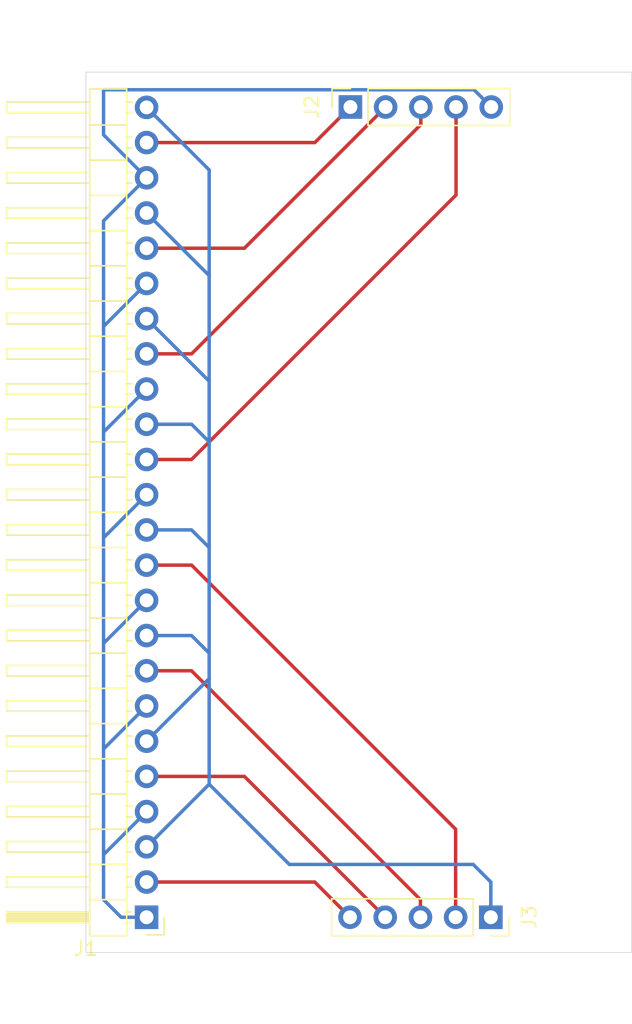
<source format=kicad_pcb>
(kicad_pcb (version 20211014) (generator pcbnew)
  (layers (0 "F.Cu" signal) (31 "B.Cu" signal) (34 "B.Paste" user) (35 "F.Paste" user) (36 "B.SilkS" user "B.Silkscreen") (37 "F.SilkS" user "F.Silkscreen") (38 "B.Mask" user) (39 "F.Mask" user) (44 "Edge.Cuts" user))
  (net 0 "")
  (net 1 "Net-(J1-Pad1)")
  (net 2 "Net-(J1-Pad2)")
  (net 3 "Net-(J1-Pad5)")
  (net 4 "Net-(J1-Pad8)")
  (net 5 "Net-(J1-Pad11)")
  (net 6 "Net-(J1-Pad12)")
  (net 7 "Net-(J1-Pad14)")
  (net 8 "Net-(J1-Pad17)")
  (net 9 "Net-(J1-Pad20)")
  (net 10 "Net-(J1-Pad23)")
  (footprint "Connector_PinSocket_2.54mm:PinSocket_1x05_P2.54mm_Vertical" (layer "F.Cu") (at 135.92 68.555 90)
    (fp_text reference "J2" (at 0 -2.77 90) (layer "F.SilkS"))
    (fp_text value "Conn_01x05_Female")
    (fp_line (start -1.33 1.27) (end -1.33 11.49) (layer "F.SilkS") (width 0.12))
    (fp_line (start 0 -1.33) (end 1.33 -1.33) (layer "F.SilkS") (width 0.12))
    (fp_line (start 1.33 -1.33) (end 1.33 0) (layer "F.SilkS") (width 0.12))
    (fp_line (start -1.33 11.49) (end 1.33 11.49) (layer "F.SilkS") (width 0.12))
    (fp_line (start 1.33 1.27) (end 1.33 11.49) (layer "F.SilkS") (width 0.12))
    (fp_line (start -1.33 1.27) (end 1.33 1.27) (layer "F.SilkS") (width 0.12))
    (pad "1" thru_hole rect (at 0 0 90) (size 1.7 1.7) (drill 1) (layers *.Cu *.Mask) (net 10 "Net-(J1-Pad23)"))
    (pad "2" thru_hole oval (at 0 2.54 90) (size 1.7 1.7) (drill 1) (layers *.Cu *.Mask) (net 9 "Net-(J1-Pad20)"))
    (pad "3" thru_hole oval (at 0 5.08 90) (size 1.7 1.7) (drill 1) (layers *.Cu *.Mask) (net 8 "Net-(J1-Pad17)"))
    (pad "4" thru_hole oval (at 0 7.62 90) (size 1.7 1.7) (drill 1) (layers *.Cu *.Mask) (net 7 "Net-(J1-Pad14)"))
    (pad "5" thru_hole oval (at 0 10.16 90) (size 1.7 1.7) (drill 1) (layers *.Cu *.Mask) (net 1 "Net-(J1-Pad1)"))
  )
  (footprint "Connector_PinSocket_2.54mm:PinSocket_1x05_P2.54mm_Vertical" (layer "F.Cu") (at 146.05 127 -90)
    (fp_text reference "J3" (at 0 -2.77 90) (layer "F.SilkS"))
    (fp_text value "Conn_01x05_Female")
    (fp_line (start -1.33 1.27) (end 1.33 1.27) (layer "F.SilkS") (width 0.12))
    (fp_line (start -1.33 11.49) (end 1.33 11.49) (layer "F.SilkS") (width 0.12))
    (fp_line (start 0 -1.33) (end 1.33 -1.33) (layer "F.SilkS") (width 0.12))
    (fp_line (start 1.33 -1.33) (end 1.33 0) (layer "F.SilkS") (width 0.12))
    (fp_line (start -1.33 1.27) (end -1.33 11.49) (layer "F.SilkS") (width 0.12))
    (fp_line (start 1.33 1.27) (end 1.33 11.49) (layer "F.SilkS") (width 0.12))
    (pad "1" thru_hole rect (at 0 0 270) (size 1.7 1.7) (drill 1) (layers *.Cu *.Mask) (net 6 "Net-(J1-Pad12)"))
    (pad "2" thru_hole oval (at 0 2.54 270) (size 1.7 1.7) (drill 1) (layers *.Cu *.Mask) (net 5 "Net-(J1-Pad11)"))
    (pad "3" thru_hole oval (at 0 5.08 270) (size 1.7 1.7) (drill 1) (layers *.Cu *.Mask) (net 4 "Net-(J1-Pad8)"))
    (pad "4" thru_hole oval (at 0 7.62 270) (size 1.7 1.7) (drill 1) (layers *.Cu *.Mask) (net 3 "Net-(J1-Pad5)"))
    (pad "5" thru_hole oval (at 0 10.16 270) (size 1.7 1.7) (drill 1) (layers *.Cu *.Mask) (net 2 "Net-(J1-Pad2)"))
  )
  (footprint "Connector_PinHeader_2.54mm:PinHeader_1x24_P2.54mm_Horizontal" (layer "F.Cu") (at 121.215 127 180)
    (fp_text reference "J1" (at 4.385 -2.27) (layer "F.SilkS"))
    (fp_text value "Conn_01x24")
    (fp_line (start 1.042929 41.02) (end 1.44 41.02) (layer "F.SilkS") (width 0.12))
    (fp_line (start 10.1 55.5) (end 10.1 56.26) (layer "F.SilkS") (width 0.12))
    (fp_line (start 4.1 -0.2) (end 10.1 -0.2) (layer "F.SilkS") (width 0.12))
    (fp_line (start 4.1 0.28) (end 10.1 0.28) (layer "F.SilkS") (width 0.12))
    (fp_line (start 1.042929 15.62) (end 1.44 15.62) (layer "F.SilkS") (width 0.12))
    (fp_line (start 1.042929 17.4) (end 1.44 17.4) (layer "F.SilkS") (width 0.12))
    (fp_line (start 4.1 25.02) (end 10.1 25.02) (layer "F.SilkS") (width 0.12))
    (fp_line (start 10.1 12.32) (end 10.1 13.08) (layer "F.SilkS") (width 0.12))
    (fp_line (start 4.1 -0.32) (end 10.1 -0.32) (layer "F.SilkS") (width 0.12))
    (fp_line (start 10.1 43.56) (end 4.1 43.56) (layer "F.SilkS") (width 0.12))
    (fp_line (start 4.1 37.72) (end 10.1 37.72) (layer "F.SilkS") (width 0.12))
    (fp_line (start 10.1 46.1) (end 4.1 46.1) (layer "F.SilkS") (width 0.12))
    (fp_line (start 1.11 -0.38) (end 1.44 -0.38) (layer "F.SilkS") (width 0.12))
    (fp_line (start 1.44 49.53) (end 4.1 49.53) (layer "F.SilkS") (width 0.12))
    (fp_line (start 4.1 7.24) (end 10.1 7.24) (layer "F.SilkS") (width 0.12))
    (fp_line (start 4.1 35.18) (end 10.1 35.18) (layer "F.SilkS") (width 0.12))
    (fp_line (start 4.1 52.96) (end 10.1 52.96) (layer "F.SilkS") (width 0.12))
    (fp_line (start 4.1 58.04) (end 10.1 58.04) (layer "F.SilkS") (width 0.12))
    (fp_line (start 1.042929 9.78) (end 1.44 9.78) (layer "F.SilkS") (width 0.12))
    (fp_line (start 10.1 10.54) (end 4.1 10.54) (layer "F.SilkS") (width 0.12))
    (fp_line (start 10.1 2.16) (end 10.1 2.92) (layer "F.SilkS") (width 0.12))
    (fp_line (start 10.1 35.94) (end 4.1 35.94) (layer "F.SilkS") (width 0.12))
    (fp_line (start 1.042929 35.18) (end 1.44 35.18) (layer "F.SilkS") (width 0.12))
    (fp_line (start 1.042929 2.16) (end 1.44 2.16) (layer "F.SilkS") (width 0.12))
    (fp_line (start 4.1 9.78) (end 10.1 9.78) (layer "F.SilkS") (width 0.12))
    (fp_line (start 1.042929 50.42) (end 1.44 50.42) (layer "F.SilkS") (width 0.12))
    (fp_line (start 10.1 35.18) (end 10.1 35.94) (layer "F.SilkS") (width 0.12))
    (fp_line (start 10.1 28.32) (end 4.1 28.32) (layer "F.SilkS") (width 0.12))
    (fp_line (start 10.1 18.16) (end 4.1 18.16) (layer "F.SilkS") (width 0.12))
    (fp_line (start 4.1 0.16) (end 10.1 0.16) (layer "F.SilkS") (width 0.12))
    (fp_line (start 10.1 20.7) (end 4.1 20.7) (layer "F.SilkS") (width 0.12))
    (fp_line (start 1.042929 38.48) (end 1.44 38.48) (layer "F.SilkS") (width 0.12))
    (fp_line (start 1.44 39.37) (end 4.1 39.37) (layer "F.SilkS") (width 0.12))
    (fp_line (start 1.44 11.43) (end 4.1 11.43) (layer "F.SilkS") (width 0.12))
    (fp_line (start 4.1 14.86) (end 10.1 14.86) (layer "F.SilkS") (width 0.12))
    (fp_line (start 10.1 45.34) (end 10.1 46.1) (layer "F.SilkS") (width 0.12))
    (fp_line (start 1.44 44.45) (end 4.1 44.45) (layer "F.SilkS") (width 0.12))
    (fp_line (start 10.1 5.46) (end 4.1 5.46) (layer "F.SilkS") (width 0.12))
    (fp_line (start 10.1 30.86) (end 4.1 30.86) (layer "F.SilkS") (width 0.12))
    (fp_line (start 4.1 47.88) (end 10.1 47.88) (layer "F.SilkS") (width 0.12))
    (fp_line (start 10.1 17.4) (end 10.1 18.16) (layer "F.SilkS") (width 0.12))
    (fp_line (start 10.1 50.42) (end 10.1 51.18) (layer "F.SilkS") (width 0.12))
    (fp_line (start 4.1 17.4) (end 10.1 17.4) (layer "F.SilkS") (width 0.12))
    (fp_line (start 1.042929 27.56) (end 1.44 27.56) (layer "F.SilkS") (width 0.12))
    (fp_line (start 4.1 40.26) (end 10.1 40.26) (layer "F.SilkS") (width 0.12))
    (fp_line (start 1.44 1.27) (end 4.1 1.27) (layer "F.SilkS") (width 0.12))
    (fp_line (start 1.44 21.59) (end 4.1 21.59) (layer "F.SilkS") (width 0.12))
    (fp_line (start 1.44 52.07) (end 4.1 52.07) (layer "F.SilkS") (width 0.12))
    (fp_line (start 1.042929 42.8) (end 1.44 42.8) (layer "F.SilkS") (width 0.12))
    (fp_line (start 10.1 9.78) (end 10.1 10.54) (layer "F.SilkS") (width 0.12))
    (fp_line (start 1.042929 52.96) (end 1.44 52.96) (layer "F.SilkS") (width 0.12))
    (fp_line (start 1.44 26.67) (end 4.1 26.67) (layer "F.SilkS") (width 0.12))
    (fp_line (start 10.1 58.8) (end 4.1 58.8) (layer "F.SilkS") (width 0.12))
    (fp_line (start 1.042929 20.7) (end 1.44 20.7) (layer "F.SilkS") (width 0.12))
    (fp_line (start 10.1 25.78) (end 4.1 25.78) (layer "F.SilkS") (width 0.12))
    (fp_line (start 1.11 0.38) (end 1.44 0.38) (layer "F.SilkS") (width 0.12))
    (fp_line (start 10.1 33.4) (end 4.1 33.4) (layer "F.SilkS") (width 0.12))
    (fp_line (start 1.042929 25.78) (end 1.44 25.78) (layer "F.SilkS") (width 0.12))
    (fp_line (start 4.1 42.8) (end 10.1 42.8) (layer "F.SilkS") (width 0.12))
    (fp_line (start 1.042929 25.02) (end 1.44 25.02) (layer "F.SilkS") (width 0.12))
    (fp_line (start 10.1 22.48) (end 10.1 23.24) (layer "F.SilkS") (width 0.12))
    (fp_line (start 10.1 38.48) (end 4.1 38.48) (layer "F.SilkS") (width 0.12))
    (fp_line (start 1.44 29.21) (end 4.1 29.21) (layer "F.SilkS") (width 0.12))
    (fp_line (start 1.042929 30.86) (end 1.44 30.86) (layer "F.SilkS") (width 0.12))
    (fp_line (start 1.042929 47.88) (end 1.44 47.88) (layer "F.SilkS") (width 0.12))
    (fp_line (start 1.042929 48.64) (end 1.44 48.64) (layer "F.SilkS") (width 0.12))
    (fp_line (start 1.042929 8) (end 1.44 8) (layer "F.SilkS") (width 0.12))
    (fp_line (start 1.042929 10.54) (end 1.44 10.54) (layer "F.SilkS") (width 0.12))
    (fp_line (start 10.1 40.26) (end 10.1 41.02) (layer "F.SilkS") (width 0.12))
    (fp_line (start 1.44 16.51) (end 4.1 16.51) (layer "F.SilkS") (width 0.12))
    (fp_line (start 1.042929 28.32) (end 1.44 28.32) (layer "F.SilkS") (width 0.12))
    (fp_line (start 4.1 27.56) (end 10.1 27.56) (layer "F.SilkS") (width 0.12))
    (fp_line (start 10.1 48.64) (end 4.1 48.64) (layer "F.SilkS") (width 0.12))
    (fp_line (start 1.042929 19.94) (end 1.44 19.94) (layer "F.SilkS") (width 0.12))
    (fp_line (start 4.1 2.16) (end 10.1 2.16) (layer "F.SilkS") (width 0.12))
    (fp_line (start 4.1 19.94) (end 10.1 19.94) (layer "F.SilkS") (width 0.12))
    (fp_line (start 10.1 41.02) (end 4.1 41.02) (layer "F.SilkS") (width 0.12))
    (fp_line (start 10.1 8) (end 4.1 8) (layer "F.SilkS") (width 0.12))
    (fp_line (start 10.1 30.1) (end 10.1 30.86) (layer "F.SilkS") (width 0.12))
    (fp_line (start 10.1 2.92) (end 4.1 2.92) (layer "F.SilkS") (width 0.12))
    (fp_line (start -1.27 -1.27) (end 0 -1.27) (layer "F.SilkS") (width 0.12))
    (fp_line (start 1.042929 14.86) (end 1.44 14.86) (layer "F.SilkS") (width 0.12))
    (fp_line (start 10.1 47.88) (end 10.1 48.64) (layer "F.SilkS") (width 0.12))
    (fp_line (start 1.042929 53.72) (end 1.44 53.72) (layer "F.SilkS") (width 0.12))
    (fp_line (start 1.042929 32.64) (end 1.44 32.64) (layer "F.SilkS") (width 0.12))
    (fp_line (start 1.44 24.13) (end 4.1 24.13) (layer "F.SilkS") (width 0.12))
    (fp_line (start 10.1 27.56) (end 10.1 28.32) (layer "F.SilkS") (width 0.12))
    (fp_line (start 10.1 25.02) (end 10.1 25.78) (layer "F.SilkS") (width 0.12))
    (fp_line (start 1.042929 7.24) (end 1.44 7.24) (layer "F.SilkS") (width 0.12))
    (fp_line (start 1.042929 12.32) (end 1.44 12.32) (layer "F.SilkS") (width 0.12))
    (fp_line (start 10.1 32.64) (end 10.1 33.4) (layer "F.SilkS") (width 0.12))
    (fp_line (start 1.44 59.75) (end 4.1 59.75) (layer "F.SilkS") (width 0.12))
    (fp_line (start 4.1 50.42) (end 10.1 50.42) (layer "F.SilkS") (width 0.12))
    (fp_line (start 10.1 19.94) (end 10.1 20.7) (layer "F.SilkS") (width 0.12))
    (fp_line (start 4.1 -0.08) (end 10.1 -0.08) (layer "F.SilkS") (width 0.12))
    (fp_line (start 10.1 4.7) (end 10.1 5.46) (layer "F.SilkS") (width 0.12))
    (fp_line (start 1.042929 55.5) (end 1.44 55.5) (layer "F.SilkS") (width 0.12))
    (fp_line (start 1.042929 46.1) (end 1.44 46.1) (layer "F.SilkS") (width 0.12))
    (fp_line (start 10.1 37.72) (end 10.1 38.48) (layer "F.SilkS") (width 0.12))
    (fp_line (start 4.1 55.5) (end 10.1 55.5) (layer "F.SilkS") (width 0.12))
    (fp_line (start 1.042929 4.7) (end 1.44 4.7) (layer "F.SilkS") (width 0.12))
    (fp_line (start 1.042929 5.46) (end 1.44 5.46) (layer "F.SilkS") (width 0.12))
    (fp_line (start 1.042929 2.92) (end 1.44 2.92) (layer "F.SilkS") (width 0.12))
    (fp_line (start 4.1 0.04) (end 10.1 0.04) (layer "F.SilkS") (width 0.12))
    (fp_line (start 1.44 57.15) (end 4.1 57.15) (layer "F.SilkS") (width 0.12))
    (fp_line (start 10.1 58.04) (end 10.1 58.8) (layer "F.SilkS") (width 0.12))
    (fp_line (start 10.1 0.38) (end 4.1 0.38) (layer "F.SilkS") (width 0.12))
    (fp_line (start 1.042929 23.24) (end 1.44 23.24) (layer "F.SilkS") (width 0.12))
    (fp_line (start 1.042929 45.34) (end 1.44 45.34) (layer "F.SilkS") (width 0.12))
    (fp_line (start -1.27 0) (end -1.27 -1.27) (layer "F.SilkS") (width 0.12))
    (fp_line (start 1.44 8.89) (end 4.1 8.89) (layer "F.SilkS") (width 0.12))
    (fp_line (start 1.042929 37.72) (end 1.44 37.72) (layer "F.SilkS") (width 0.12))
    (fp_line (start 1.042929 56.26) (end 1.44 56.26) (layer "F.SilkS") (width 0.12))
    (fp_line (start 1.042929 51.18) (end 1.44 51.18) (layer "F.SilkS") (width 0.12))
    (fp_line (start 1.44 36.83) (end 4.1 36.83) (layer "F.SilkS") (width 0.12))
    (fp_line (start 4.1 -1.33) (end 1.44 -1.33) (layer "F.SilkS") (width 0.12))
    (fp_line (start 1.042929 43.56) (end 1.44 43.56) (layer "F.SilkS") (width 0.12))
    (fp_line (start 1.44 13.97) (end 4.1 13.97) (layer "F.SilkS") (width 0.12))
    (fp_line (start 1.042929 58.8) (end 1.44 58.8) (layer "F.SilkS") (width 0.12))
    (fp_line (start 10.1 15.62) (end 4.1 15.62) (layer "F.SilkS") (width 0.12))
    (fp_line (start 1.44 46.99) (end 4.1 46.99) (layer "F.SilkS") (width 0.12))
    (fp_line (start 1.44 -1.33) (end 1.44 59.75) (layer "F.SilkS") (width 0.12))
    (fp_line (start 1.44 3.81) (end 4.1 3.81) (layer "F.SilkS") (width 0.12))
    (fp_line (start 4.1 22.48) (end 10.1 22.48) (layer "F.SilkS") (width 0.12))
    (fp_line (start 1.44 6.35) (end 4.1 6.35) (layer "F.SilkS") (width 0.12))
    (fp_line (start 10.1 14.86) (end 10.1 15.62) (layer "F.SilkS") (width 0.12))
    (fp_line (start 10.1 23.24) (end 4.1 23.24) (layer "F.SilkS") (width 0.12))
    (fp_line (start 1.042929 58.04) (end 1.44 58.04) (layer "F.SilkS") (width 0.12))
    (fp_line (start 4.1 45.34) (end 10.1 45.34) (layer "F.SilkS") (width 0.12))
    (fp_line (start 4.1 30.1) (end 10.1 30.1) (layer "F.SilkS") (width 0.12))
    (fp_line (start 1.44 31.75) (end 4.1 31.75) (layer "F.SilkS") (width 0.12))
    (fp_line (start 10.1 56.26) (end 4.1 56.26) (layer "F.SilkS") (width 0.12))
    (fp_line (start 1.042929 22.48) (end 1.44 22.48) (layer "F.SilkS") (width 0.12))
    (fp_line (start 10.1 7.24) (end 10.1 8) (layer "F.SilkS") (width 0.12))
    (fp_line (start 1.042929 18.16) (end 1.44 18.16) (layer "F.SilkS") (width 0.12))
    (fp_line (start 4.1 59.75) (end 4.1 -1.33) (layer "F.SilkS") (width 0.12))
    (fp_line (start 1.042929 33.4) (end 1.44 33.4) (layer "F.SilkS") (width 0.12))
    (fp_line (start 10.1 53.72) (end 4.1 53.72) (layer "F.SilkS") (width 0.12))
    (fp_line (start 10.1 42.8) (end 10.1 43.56) (layer "F.SilkS") (width 0.12))
    (fp_line (start 4.1 12.32) (end 10.1 12.32) (layer "F.SilkS") (width 0.12))
    (fp_line (start 1.44 54.61) (end 4.1 54.61) (layer "F.SilkS") (width 0.12))
    (fp_line (start 4.1 4.7) (end 10.1 4.7) (layer "F.SilkS") (width 0.12))
    (fp_line (start 1.042929 13.08) (end 1.44 13.08) (layer "F.SilkS") (width 0.12))
    (fp_line (start 4.1 32.64) (end 10.1 32.64) (layer "F.SilkS") (width 0.12))
    (fp_line (start 10.1 51.18) (end 4.1 51.18) (layer "F.SilkS") (width 0.12))
    (fp_line (start 1.44 41.91) (end 4.1 41.91) (layer "F.SilkS") (width 0.12))
    (fp_line (start 1.042929 30.1) (end 1.44 30.1) (layer "F.SilkS") (width 0.12))
    (fp_line (start 1.042929 35.94) (end 1.44 35.94) (layer "F.SilkS") (width 0.12))
    (fp_line (start 4.1 -0.38) (end 10.1 -0.38) (layer "F.SilkS") (width 0.12))
    (fp_line (start 10.1 -0.38) (end 10.1 0.38) (layer "F.SilkS") (width 0.12))
    (fp_line (start 1.042929 40.26) (end 1.44 40.26) (layer "F.SilkS") (width 0.12))
    (fp_line (start 10.1 52.96) (end 10.1 53.72) (layer "F.SilkS") (width 0.12))
    (fp_line (start 10.1 13.08) (end 4.1 13.08) (layer "F.SilkS") (width 0.12))
    (fp_line (start 1.44 34.29) (end 4.1 34.29) (layer "F.SilkS") (width 0.12))
    (fp_line (start 1.44 19.05) (end 4.1 19.05) (layer "F.SilkS") (width 0.12))
    (pad "1" thru_hole rect (at 0 0 180) (size 1.7 1.7) (drill 1) (layers *.Cu *.Mask) (net 1 "Net-(J1-Pad1)"))
    (pad "2" thru_hole oval (at 0 2.54 180) (size 1.7 1.7) (drill 1) (layers *.Cu *.Mask) (net 2 "Net-(J1-Pad2)"))
    (pad "3" thru_hole oval (at 0 5.08 180) (size 1.7 1.7) (drill 1) (layers *.Cu *.Mask) (net 6 "Net-(J1-Pad12)"))
    (pad "4" thru_hole oval (at 0 7.62 180) (size 1.7 1.7) (drill 1) (layers *.Cu *.Mask) (net 1 "Net-(J1-Pad1)"))
    (pad "5" thru_hole oval (at 0 10.16 180) (size 1.7 1.7) (drill 1) (layers *.Cu *.Mask) (net 3 "Net-(J1-Pad5)"))
    (pad "6" thru_hole oval (at 0 12.7 180) (size 1.7 1.7) (drill 1) (layers *.Cu *.Mask) (net 6 "Net-(J1-Pad12)"))
    (pad "7" thru_hole oval (at 0 15.24 180) (size 1.7 1.7) (drill 1) (layers *.Cu *.Mask) (net 1 "Net-(J1-Pad1)"))
    (pad "8" thru_hole oval (at 0 17.78 180) (size 1.7 1.7) (drill 1) (layers *.Cu *.Mask) (net 4 "Net-(J1-Pad8)"))
    (pad "9" thru_hole oval (at 0 20.32 180) (size 1.7 1.7) (drill 1) (layers *.Cu *.Mask) (net 6 "Net-(J1-Pad12)"))
    (pad "10" thru_hole oval (at 0 22.86 180) (size 1.7 1.7) (drill 1) (layers *.Cu *.Mask) (net 1 "Net-(J1-Pad1)"))
    (pad "11" thru_hole oval (at 0 25.4 180) (size 1.7 1.7) (drill 1) (layers *.Cu *.Mask) (net 5 "Net-(J1-Pad11)"))
    (pad "12" thru_hole oval (at 0 27.94 180) (size 1.7 1.7) (drill 1) (layers *.Cu *.Mask) (net 6 "Net-(J1-Pad12)"))
    (pad "13" thru_hole oval (at 0 30.48 180) (size 1.7 1.7) (drill 1) (layers *.Cu *.Mask) (net 1 "Net-(J1-Pad1)"))
    (pad "14" thru_hole oval (at 0 33.02 180) (size 1.7 1.7) (drill 1) (layers *.Cu *.Mask) (net 7 "Net-(J1-Pad14)"))
    (pad "15" thru_hole oval (at 0 35.56 180) (size 1.7 1.7) (drill 1) (layers *.Cu *.Mask) (net 6 "Net-(J1-Pad12)"))
    (pad "16" thru_hole oval (at 0 38.1 180) (size 1.7 1.7) (drill 1) (layers *.Cu *.Mask) (net 1 "Net-(J1-Pad1)"))
    (pad "17" thru_hole oval (at 0 40.64 180) (size 1.7 1.7) (drill 1) (layers *.Cu *.Mask) (net 8 "Net-(J1-Pad17)"))
    (pad "18" thru_hole oval (at 0 43.18 180) (size 1.7 1.7) (drill 1) (layers *.Cu *.Mask) (net 6 "Net-(J1-Pad12)"))
    (pad "19" thru_hole oval (at 0 45.72 180) (size 1.7 1.7) (drill 1) (layers *.Cu *.Mask) (net 1 "Net-(J1-Pad1)"))
    (pad "20" thru_hole oval (at 0 48.26 180) (size 1.7 1.7) (drill 1) (layers *.Cu *.Mask) (net 9 "Net-(J1-Pad20)"))
    (pad "21" thru_hole oval (at 0 50.8 180) (size 1.7 1.7) (drill 1) (layers *.Cu *.Mask) (net 6 "Net-(J1-Pad12)"))
    (pad "22" thru_hole oval (at 0 53.34 180) (size 1.7 1.7) (drill 1) (layers *.Cu *.Mask) (net 1 "Net-(J1-Pad1)"))
    (pad "23" thru_hole oval (at 0 55.88 180) (size 1.7 1.7) (drill 1) (layers *.Cu *.Mask) (net 10 "Net-(J1-Pad23)"))
    (pad "24" thru_hole oval (at 0 58.42 180) (size 1.7 1.7) (drill 1) (layers *.Cu *.Mask) (net 6 "Net-(J1-Pad12)"))
  )
  (gr_rect (start 116.84 66.04) (end 156.21 129.54) (layer "Edge.Cuts") (width 0.05) (fill none))
  (segment (start 121.215 127) (end 119.38 127) (width 0.25) (layer "B.Cu") (net 1))
  (segment (start 118.11 92.005) (end 118.11 84.385) (width 0.25) (layer "B.Cu") (net 1))
  (segment (start 118.11 67.31) (end 144.835 67.31) (width 0.25) (layer "B.Cu") (net 1))
  (segment (start 118.11 70.555) (end 118.11 67.31) (width 0.25) (layer "B.Cu") (net 1))
  (segment (start 118.11 114.865) (end 118.11 107.245) (width 0.25) (layer "B.Cu") (net 1))
  (segment (start 118.11 107.245) (end 121.215 104.14) (width 0.25) (layer "B.Cu") (net 1))
  (segment (start 121.215 73.66) (end 118.11 70.555) (width 0.25) (layer "B.Cu") (net 1))
  (segment (start 118.11 84.385) (end 121.215 81.28) (width 0.25) (layer "B.Cu") (net 1))
  (segment (start 118.11 76.765) (end 121.215 73.66) (width 0.25) (layer "B.Cu") (net 1))
  (segment (start 118.11 92.005) (end 121.215 88.9) (width 0.25) (layer "B.Cu") (net 1))
  (segment (start 118.11 114.865) (end 121.215 111.76) (width 0.25) (layer "B.Cu") (net 1))
  (segment (start 119.38 127) (end 118.11 125.73) (width 0.25) (layer "B.Cu") (net 1))
  (segment (start 118.11 122.485) (end 121.215 119.38) (width 0.25) (layer "B.Cu") (net 1))
  (segment (start 118.11 99.625) (end 118.11 92.005) (width 0.25) (layer "B.Cu") (net 1))
  (segment (start 118.11 84.385) (end 118.11 76.765) (width 0.25) (layer "B.Cu") (net 1))
  (segment (start 118.11 125.73) (end 118.11 122.485) (width 0.25) (layer "B.Cu") (net 1))
  (segment (start 118.11 99.625) (end 121.215 96.52) (width 0.25) (layer "B.Cu") (net 1))
  (segment (start 144.835 67.31) (end 146.08 68.555) (width 0.25) (layer "B.Cu") (net 1))
  (segment (start 118.11 107.245) (end 118.11 99.625) (width 0.25) (layer "B.Cu") (net 1))
  (segment (start 118.11 122.485) (end 118.11 114.865) (width 0.25) (layer "B.Cu") (net 1))
  (segment (start 133.35 124.46) (end 135.89 127) (width 0.25) (layer "F.Cu") (net 2))
  (segment (start 121.215 124.46) (end 133.35 124.46) (width 0.25) (layer "F.Cu") (net 2))
  (segment (start 128.27 116.84) (end 138.43 127) (width 0.25) (layer "F.Cu") (net 3))
  (segment (start 121.215 116.84) (end 128.27 116.84) (width 0.25) (layer "F.Cu") (net 3))
  (segment (start 140.97 125.73) (end 140.97 127) (width 0.25) (layer "F.Cu") (net 4))
  (segment (start 124.46 109.22) (end 140.97 125.73) (width 0.25) (layer "F.Cu") (net 4))
  (segment (start 121.215 109.22) (end 124.46 109.22) (width 0.25) (layer "F.Cu") (net 4))
  (segment (start 121.215 101.6) (end 124.46 101.6) (width 0.25) (layer "F.Cu") (net 5))
  (segment (start 143.51 120.65) (end 143.51 127) (width 0.25) (layer "F.Cu") (net 5))
  (segment (start 124.46 101.6) (end 143.51 120.65) (width 0.25) (layer "F.Cu") (net 5))
  (segment (start 125.73 109.785) (end 121.215 114.3) (width 0.25) (layer "B.Cu") (net 6))
  (segment (start 125.73 92.71) (end 125.73 88.335) (width 0.25) (layer "B.Cu") (net 6))
  (segment (start 125.73 88.335) (end 125.73 80.715) (width 0.25) (layer "B.Cu") (net 6))
  (segment (start 125.73 100.33) (end 125.73 107.95) (width 0.25) (layer "B.Cu") (net 6))
  (segment (start 125.73 92.71) (end 125.73 100.33) (width 0.25) (layer "B.Cu") (net 6))
  (segment (start 125.73 80.715) (end 121.215 76.2) (width 0.25) (layer "B.Cu") (net 6))
  (segment (start 125.73 117.405) (end 131.515 123.19) (width 0.25) (layer "B.Cu") (net 6))
  (segment (start 125.73 80.715) (end 125.73 73.095) (width 0.25) (layer "B.Cu") (net 6))
  (segment (start 131.515 123.19) (end 144.78 123.19) (width 0.25) (layer "B.Cu") (net 6))
  (segment (start 124.46 99.06) (end 125.73 100.33) (width 0.25) (layer "B.Cu") (net 6))
  (segment (start 121.215 91.44) (end 124.46 91.44) (width 0.25) (layer "B.Cu") (net 6))
  (segment (start 124.46 91.44) (end 125.73 92.71) (width 0.25) (layer "B.Cu") (net 6))
  (segment (start 124.46 106.68) (end 125.73 107.95) (width 0.25) (layer "B.Cu") (net 6))
  (segment (start 125.73 117.405) (end 121.215 121.92) (width 0.25) (layer "B.Cu") (net 6))
  (segment (start 125.73 109.785) (end 125.73 117.405) (width 0.25) (layer "B.Cu") (net 6))
  (segment (start 121.215 99.06) (end 124.46 99.06) (width 0.25) (layer "B.Cu") (net 6))
  (segment (start 125.73 73.095) (end 121.215 68.58) (width 0.25) (layer "B.Cu") (net 6))
  (segment (start 144.78 123.19) (end 146.05 124.46) (width 0.25) (layer "B.Cu") (net 6))
  (segment (start 125.73 88.335) (end 121.215 83.82) (width 0.25) (layer "B.Cu") (net 6))
  (segment (start 121.215 106.68) (end 124.46 106.68) (width 0.25) (layer "B.Cu") (net 6))
  (segment (start 146.05 124.46) (end 146.05 127) (width 0.25) (layer "B.Cu") (net 6))
  (segment (start 125.73 107.95) (end 125.73 109.785) (width 0.25) (layer "B.Cu") (net 6))
  (segment (start 121.215 93.98) (end 124.46 93.98) (width 0.25) (layer "F.Cu") (net 7))
  (segment (start 143.54 74.9) (end 143.54 68.555) (width 0.25) (layer "F.Cu") (net 7))
  (segment (start 124.46 93.98) (end 143.54 74.9) (width 0.25) (layer "F.Cu") (net 7))
  (segment (start 141 69.82) (end 141 68.555) (width 0.25) (layer "F.Cu") (net 8))
  (segment (start 121.215 86.36) (end 124.46 86.36) (width 0.25) (layer "F.Cu") (net 8))
  (segment (start 124.46 86.36) (end 141 69.82) (width 0.25) (layer "F.Cu") (net 8))
  (segment (start 121.215 78.74) (end 128.275 78.74) (width 0.25) (layer "F.Cu") (net 9))
  (segment (start 128.275 78.74) (end 138.46 68.555) (width 0.25) (layer "F.Cu") (net 9))
  (segment (start 135.915 68.555) (end 135.92 68.555) (width 0.25) (layer "F.Cu") (net 10))
  (segment (start 121.215 71.12) (end 133.35 71.12) (width 0.25) (layer "F.Cu") (net 10))
  (segment (start 133.35 71.12) (end 135.915 68.555) (width 0.25) (layer "F.Cu") (net 10))
)
</source>
